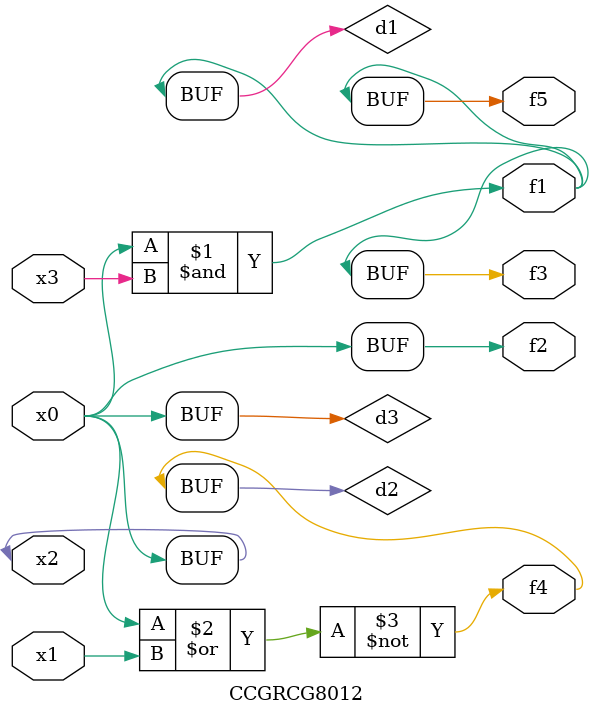
<source format=v>
module CCGRCG8012(
	input x0, x1, x2, x3,
	output f1, f2, f3, f4, f5
);

	wire d1, d2, d3;

	and (d1, x2, x3);
	nor (d2, x0, x1);
	buf (d3, x0, x2);
	assign f1 = d1;
	assign f2 = d3;
	assign f3 = d1;
	assign f4 = d2;
	assign f5 = d1;
endmodule

</source>
